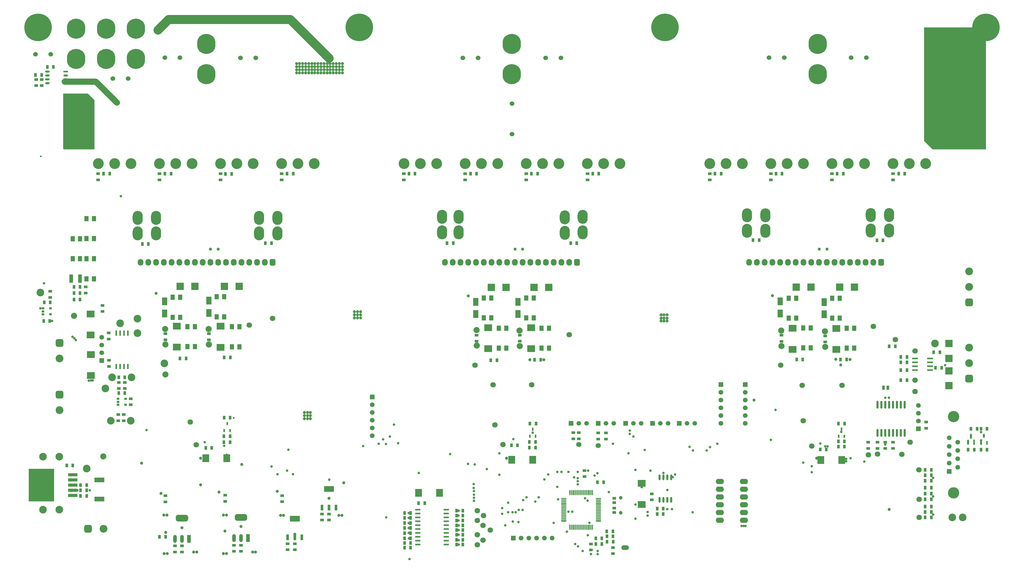
<source format=gbr>
%TF.GenerationSoftware,Altium Limited,Altium Designer,26.1.1 (7)*%
G04 Layer_Color=16711935*
%FSLAX43Y43*%
%MOMM*%
%TF.SameCoordinates,F910D8A4-5627-44EB-A571-6FFAAA827985*%
%TF.FilePolarity,Negative*%
%TF.FileFunction,Soldermask,Bot*%
%TF.Part,Single*%
G01*
G75*
%TA.AperFunction,ComponentPad*%
%ADD27O,1.800X1.500*%
%ADD28C,1.800*%
%ADD29C,2.000*%
%ADD30C,3.550*%
%ADD31R,1.550X1.550*%
%ADD32C,1.550*%
%ADD33O,2.700X1.750*%
%ADD34C,3.700*%
%ADD35C,1.500*%
%ADD36R,1.500X1.500*%
%ADD37C,1.200*%
%ADD38C,1.524*%
%ADD39O,6.000X6.600*%
%ADD40C,2.500*%
%ADD41C,2.550*%
G04:AMPARAMS|DCode=42|XSize=2.55mm|YSize=2.55mm|CornerRadius=0.638mm|HoleSize=0mm|Usage=FLASHONLY|Rotation=0.000|XOffset=0mm|YOffset=0mm|HoleType=Round|Shape=RoundedRectangle|*
%AMROUNDEDRECTD42*
21,1,2.550,1.275,0,0,0.0*
21,1,1.275,2.550,0,0,0.0*
1,1,1.275,0.638,-0.638*
1,1,1.275,-0.638,-0.638*
1,1,1.275,-0.638,0.638*
1,1,1.275,0.638,0.638*
%
%ADD42ROUNDEDRECTD42*%
G04:AMPARAMS|DCode=43|XSize=2.55mm|YSize=2.55mm|CornerRadius=0.638mm|HoleSize=0mm|Usage=FLASHONLY|Rotation=270.000|XOffset=0mm|YOffset=0mm|HoleType=Round|Shape=RoundedRectangle|*
%AMROUNDEDRECTD43*
21,1,2.550,1.275,0,0,270.0*
21,1,1.275,2.550,0,0,270.0*
1,1,1.275,-0.638,-0.638*
1,1,1.275,-0.638,0.638*
1,1,1.275,0.638,0.638*
1,1,1.275,0.638,-0.638*
%
%ADD43ROUNDEDRECTD43*%
%ADD44O,1.905X2.159*%
G04:AMPARAMS|DCode=45|XSize=1.905mm|YSize=2.159mm|CornerRadius=0.476mm|HoleSize=0mm|Usage=FLASHONLY|Rotation=0.000|XOffset=0mm|YOffset=0mm|HoleType=Round|Shape=RoundedRectangle|*
%AMROUNDEDRECTD45*
21,1,1.905,1.206,0,0,0.0*
21,1,0.953,2.159,0,0,0.0*
1,1,0.953,0.476,-0.603*
1,1,0.953,-0.476,-0.603*
1,1,0.953,-0.476,0.603*
1,1,0.953,0.476,0.603*
%
%ADD45ROUNDEDRECTD45*%
%ADD46O,3.302X4.572*%
%ADD47O,2.500X1.500*%
%ADD48R,1.550X1.550*%
%TA.AperFunction,ViaPad*%
%ADD49C,0.600*%
%ADD50C,0.800*%
%ADD51C,1.270*%
%ADD52C,1.000*%
%ADD53C,9.000*%
%ADD54C,2.000*%
%TA.AperFunction,SMDPad,CuDef*%
%ADD56R,0.600X1.800*%
G04:AMPARAMS|DCode=57|XSize=2.2mm|YSize=4mm|CornerRadius=0.649mm|HoleSize=0mm|Usage=FLASHONLY|Rotation=90.000|XOffset=0mm|YOffset=0mm|HoleType=Round|Shape=RoundedRectangle|*
%AMROUNDEDRECTD57*
21,1,2.200,2.702,0,0,90.0*
21,1,0.902,4.000,0,0,90.0*
1,1,1.298,1.351,0.451*
1,1,1.298,1.351,-0.451*
1,1,1.298,-1.351,-0.451*
1,1,1.298,-1.351,0.451*
%
%ADD57ROUNDEDRECTD57*%
G04:AMPARAMS|DCode=58|XSize=2.6mm|YSize=1.2mm|CornerRadius=0.6mm|HoleSize=0mm|Usage=FLASHONLY|Rotation=90.000|XOffset=0mm|YOffset=0mm|HoleType=Round|Shape=RoundedRectangle|*
%AMROUNDEDRECTD58*
21,1,2.600,0.000,0,0,90.0*
21,1,1.400,1.200,0,0,90.0*
1,1,1.200,0.000,0.700*
1,1,1.200,0.000,-0.700*
1,1,1.200,0.000,-0.700*
1,1,1.200,0.000,0.700*
%
%ADD58ROUNDEDRECTD58*%
%ADD59R,1.200X2.600*%
%ADD60R,2.400X2.400*%
%ADD61O,0.650X1.900*%
%ADD62R,1.788X0.312*%
G04:AMPARAMS|DCode=63|XSize=1.788mm|YSize=0.312mm|CornerRadius=0.156mm|HoleSize=0mm|Usage=FLASHONLY|Rotation=180.000|XOffset=0mm|YOffset=0mm|HoleType=Round|Shape=RoundedRectangle|*
%AMROUNDEDRECTD63*
21,1,1.788,0.000,0,0,180.0*
21,1,1.476,0.312,0,0,180.0*
1,1,0.312,-0.738,0.000*
1,1,0.312,0.738,0.000*
1,1,0.312,0.738,0.000*
1,1,0.312,-0.738,0.000*
%
%ADD63ROUNDEDRECTD63*%
G04:AMPARAMS|DCode=64|XSize=0.312mm|YSize=1.788mm|CornerRadius=0.156mm|HoleSize=0mm|Usage=FLASHONLY|Rotation=180.000|XOffset=0mm|YOffset=0mm|HoleType=Round|Shape=RoundedRectangle|*
%AMROUNDEDRECTD64*
21,1,0.312,1.476,0,0,180.0*
21,1,0.000,1.788,0,0,180.0*
1,1,0.312,0.000,0.738*
1,1,0.312,0.000,0.738*
1,1,0.312,0.000,-0.738*
1,1,0.312,0.000,-0.738*
%
%ADD64ROUNDEDRECTD64*%
%ADD65R,1.262X0.958*%
%ADD66R,2.500X2.200*%
G04:AMPARAMS|DCode=67|XSize=0.55mm|YSize=1.7mm|CornerRadius=0.05mm|HoleSize=0mm|Usage=FLASHONLY|Rotation=90.000|XOffset=0mm|YOffset=0mm|HoleType=Round|Shape=RoundedRectangle|*
%AMROUNDEDRECTD67*
21,1,0.550,1.601,0,0,90.0*
21,1,0.451,1.700,0,0,90.0*
1,1,0.099,0.800,0.226*
1,1,0.099,0.800,-0.226*
1,1,0.099,-0.800,-0.226*
1,1,0.099,-0.800,0.226*
%
%ADD67ROUNDEDRECTD67*%
%ADD68R,2.200X2.500*%
%ADD69R,0.616X1.308*%
G04:AMPARAMS|DCode=70|XSize=1.308mm|YSize=0.616mm|CornerRadius=0.308mm|HoleSize=0mm|Usage=FLASHONLY|Rotation=90.000|XOffset=0mm|YOffset=0mm|HoleType=Round|Shape=RoundedRectangle|*
%AMROUNDEDRECTD70*
21,1,1.308,0.000,0,0,90.0*
21,1,0.692,0.616,0,0,90.0*
1,1,0.616,0.000,0.346*
1,1,0.616,0.000,-0.346*
1,1,0.616,0.000,-0.346*
1,1,0.616,0.000,0.346*
%
%ADD70ROUNDEDRECTD70*%
G04:AMPARAMS|DCode=71|XSize=1.655mm|YSize=0.602mm|CornerRadius=0.301mm|HoleSize=0mm|Usage=FLASHONLY|Rotation=90.000|XOffset=0mm|YOffset=0mm|HoleType=Round|Shape=RoundedRectangle|*
%AMROUNDEDRECTD71*
21,1,1.655,0.000,0,0,90.0*
21,1,1.053,0.602,0,0,90.0*
1,1,0.602,0.000,0.526*
1,1,0.602,0.000,-0.526*
1,1,0.602,0.000,-0.526*
1,1,0.602,0.000,0.526*
%
%ADD71ROUNDEDRECTD71*%
%ADD72R,0.602X1.655*%
%ADD73R,0.900X0.650*%
%ADD74R,1.205X2.706*%
%ADD75R,3.050X1.016*%
%ADD76R,8.380X10.660*%
%ADD77R,3.200X1.520*%
%ADD78R,0.600X1.050*%
%ADD79R,1.700X2.500*%
%ADD80R,1.450X1.800*%
%ADD81O,1.500X0.600*%
%ADD82R,1.500X0.600*%
%ADD83R,0.950X1.900*%
%ADD84R,3.250X1.900*%
%ADD85R,0.950X1.350*%
%ADD86O,0.700X2.600*%
%ADD87R,2.400X2.400*%
%ADD88R,1.980X0.530*%
%TA.AperFunction,NonConductor*%
%ADD92C,2.000*%
%ADD95C,0.500*%
%ADD107C,3.000*%
%TA.AperFunction,SMDPad,CuDef*%
%ADD108R,0.830X1.280*%
%ADD109R,1.280X0.830*%
G36*
X21275Y153275D02*
X23400Y151150D01*
Y135163D01*
X23241Y135004D01*
X13446Y135004D01*
X13175Y135275D01*
Y153275D01*
X21275Y153275D01*
D02*
G37*
G36*
X315000Y135004D02*
X297580D01*
X294775Y137809D01*
Y175004D01*
X315000D01*
Y135004D01*
D02*
G37*
D27*
X188161Y37987D02*
D03*
X181871Y38279D02*
D03*
D28*
X166439Y57836D02*
D03*
X148660Y13457D02*
D03*
X152871Y10317D02*
D03*
X148660Y5477D02*
D03*
Y16602D02*
D03*
Y8727D02*
D03*
X150683Y15002D02*
D03*
X150475Y7027D02*
D03*
Y11827D02*
D03*
X56711Y38232D02*
D03*
X54714Y45661D02*
D03*
X74041Y77404D02*
D03*
X81661Y79635D02*
D03*
X247860Y64326D02*
D03*
X267927Y57729D02*
D03*
X254871D02*
D03*
X258002Y37788D02*
D03*
X278232Y77032D02*
D03*
X255223Y46105D02*
D03*
X293185Y20344D02*
D03*
X293072Y30054D02*
D03*
X287475Y35075D02*
D03*
X147856Y64321D02*
D03*
X157008Y38337D02*
D03*
X178714Y74317D02*
D03*
X153823Y57836D02*
D03*
X154374Y44728D02*
D03*
X293135Y14410D02*
D03*
X291806Y55633D02*
D03*
X276609Y34900D02*
D03*
X290180Y39078D02*
D03*
X291806Y59367D02*
D03*
X285396Y72651D02*
D03*
X291781Y68959D02*
D03*
X279555Y35172D02*
D03*
D29*
X16700Y80466D02*
D03*
X46623Y71070D02*
D03*
X46548Y76145D02*
D03*
X46654Y61250D02*
D03*
X60881Y71070D02*
D03*
X60806Y76145D02*
D03*
X262443Y70319D02*
D03*
X262368Y75394D02*
D03*
X248151Y70560D02*
D03*
X248076Y75635D02*
D03*
X162528Y70566D02*
D03*
X162453Y75641D02*
D03*
X148377Y75780D02*
D03*
X148452Y70705D02*
D03*
D30*
X124666Y130369D02*
D03*
X130000D02*
D03*
X135334D02*
D03*
X95334D02*
D03*
X90000D02*
D03*
X84666D02*
D03*
X184666D02*
D03*
X190000D02*
D03*
X195334D02*
D03*
X164666D02*
D03*
X170000D02*
D03*
X175334D02*
D03*
X44666D02*
D03*
X50000D02*
D03*
X55334D02*
D03*
X24666D02*
D03*
X30000D02*
D03*
X35334D02*
D03*
X64666D02*
D03*
X70000D02*
D03*
X75334D02*
D03*
X284666D02*
D03*
X290000D02*
D03*
X295334D02*
D03*
X264666D02*
D03*
X270000D02*
D03*
X275334D02*
D03*
X144666D02*
D03*
X150000D02*
D03*
X155334D02*
D03*
X224666D02*
D03*
X230000D02*
D03*
X235334D02*
D03*
X244666D02*
D03*
X250000D02*
D03*
X255334D02*
D03*
D31*
X25775Y65845D02*
D03*
X302985Y29515D02*
D03*
X114300Y53870D02*
D03*
X292961Y43498D02*
D03*
X228279Y57970D02*
D03*
X236279Y57960D02*
D03*
D32*
X25775Y68385D02*
D03*
Y70925D02*
D03*
Y73465D02*
D03*
X302985Y34995D02*
D03*
Y32255D02*
D03*
Y37735D02*
D03*
Y40475D02*
D03*
X305825Y36365D02*
D03*
Y33625D02*
D03*
Y30885D02*
D03*
Y39105D02*
D03*
X114300Y51330D02*
D03*
Y48790D02*
D03*
Y46250D02*
D03*
Y43710D02*
D03*
Y41170D02*
D03*
X173080Y7700D02*
D03*
X170540D02*
D03*
X168000D02*
D03*
X165460D02*
D03*
X162920D02*
D03*
X292961Y46038D02*
D03*
Y48578D02*
D03*
Y51118D02*
D03*
X228279Y55430D02*
D03*
Y52890D02*
D03*
Y50350D02*
D03*
Y47810D02*
D03*
Y45270D02*
D03*
X236279Y55420D02*
D03*
Y52880D02*
D03*
Y50340D02*
D03*
Y47800D02*
D03*
Y45260D02*
D03*
D33*
X228024Y13500D02*
D03*
Y16040D02*
D03*
Y18580D02*
D03*
Y21120D02*
D03*
Y23660D02*
D03*
Y26200D02*
D03*
X235865Y26225D02*
D03*
Y23685D02*
D03*
Y21145D02*
D03*
Y18605D02*
D03*
Y16065D02*
D03*
Y13525D02*
D03*
D34*
X304405Y22505D02*
D03*
Y47495D02*
D03*
D35*
X202257Y45225D02*
D03*
X199717D02*
D03*
X217202D02*
D03*
X219742D02*
D03*
X193241Y45287D02*
D03*
X190701D02*
D03*
X208532Y45225D02*
D03*
X211072D02*
D03*
X184411Y45237D02*
D03*
X181871D02*
D03*
D36*
X197177Y45225D02*
D03*
X214662D02*
D03*
X188161Y45287D02*
D03*
X205992Y45225D02*
D03*
X179331Y45237D02*
D03*
D37*
X195524Y15981D02*
D03*
Y20861D02*
D03*
D38*
X4150Y166175D02*
D03*
X9100D02*
D03*
X29450Y158225D02*
D03*
X34400D02*
D03*
X46445Y165059D02*
D03*
X51395D02*
D03*
X76135Y164983D02*
D03*
X71185D02*
D03*
X148869Y165004D02*
D03*
X143919D02*
D03*
X249058Y165034D02*
D03*
X244108D02*
D03*
X275869Y165059D02*
D03*
X270919D02*
D03*
X175971Y165004D02*
D03*
X160000Y140004D02*
D03*
Y150004D02*
D03*
X300000Y140004D02*
D03*
Y150004D02*
D03*
X20000Y138976D02*
D03*
Y149726D02*
D03*
X171021Y165004D02*
D03*
D39*
X27250Y174540D02*
D03*
Y164634D02*
D03*
X17425Y174540D02*
D03*
Y164634D02*
D03*
X60000Y159638D02*
D03*
Y169544D02*
D03*
X37000Y164634D02*
D03*
Y174540D02*
D03*
X159893Y159638D02*
D03*
Y169544D02*
D03*
X259994Y159638D02*
D03*
Y169544D02*
D03*
D40*
X307400Y14480D02*
D03*
X304005D02*
D03*
X31815Y78014D02*
D03*
X37446Y79505D02*
D03*
X6564Y16963D02*
D03*
X11898D02*
D03*
Y34362D02*
D03*
X6564D02*
D03*
X20914Y30470D02*
D03*
X46252Y64911D02*
D03*
X5724Y88112D02*
D03*
X37446Y74800D02*
D03*
X35545Y60305D02*
D03*
X35293Y46105D02*
D03*
X28765Y46105D02*
D03*
X29185Y60305D02*
D03*
X27025Y56685D02*
D03*
X298316Y71428D02*
D03*
D41*
X26390Y10725D02*
D03*
X12000Y49539D02*
D03*
Y66539D02*
D03*
X309475Y65000D02*
D03*
Y70080D02*
D03*
Y90000D02*
D03*
Y95080D02*
D03*
D42*
X21310Y10725D02*
D03*
D43*
X12000Y54619D02*
D03*
Y71619D02*
D03*
X309475Y59920D02*
D03*
Y84920D02*
D03*
D44*
X58801Y98029D02*
D03*
X38481D02*
D03*
X56261D02*
D03*
X48641D02*
D03*
X53721D02*
D03*
X46101D02*
D03*
X51181D02*
D03*
X43561D02*
D03*
X41021D02*
D03*
X61341D02*
D03*
X63881D02*
D03*
X66421D02*
D03*
X71501D02*
D03*
X79121D02*
D03*
X68961D02*
D03*
X74041D02*
D03*
X76581D02*
D03*
X158394Y98010D02*
D03*
X138074D02*
D03*
X155854D02*
D03*
X148234D02*
D03*
X153314D02*
D03*
X145694D02*
D03*
X150774D02*
D03*
X143154D02*
D03*
X140614D02*
D03*
X160934D02*
D03*
X163474D02*
D03*
X166014D02*
D03*
X171094D02*
D03*
X178714D02*
D03*
X168554D02*
D03*
X173634D02*
D03*
X176174D02*
D03*
X275692D02*
D03*
X273152D02*
D03*
X268072D02*
D03*
X278232D02*
D03*
X270612D02*
D03*
X265532D02*
D03*
X262992D02*
D03*
X260452D02*
D03*
X240132D02*
D03*
X242672D02*
D03*
X250292D02*
D03*
X245212D02*
D03*
X252832D02*
D03*
X247752D02*
D03*
X255372D02*
D03*
X237592D02*
D03*
X257912D02*
D03*
D45*
X81661Y98029D02*
D03*
X181254Y98010D02*
D03*
X280772D02*
D03*
D46*
X43562Y112544D02*
D03*
Y107464D02*
D03*
X37562Y112544D02*
D03*
Y107464D02*
D03*
X77277Y112592D02*
D03*
Y107512D02*
D03*
X83277Y112592D02*
D03*
Y107512D02*
D03*
X283380Y113506D02*
D03*
Y108426D02*
D03*
X277380Y113506D02*
D03*
Y108426D02*
D03*
X236888Y113430D02*
D03*
Y108350D02*
D03*
X242888Y113430D02*
D03*
Y108350D02*
D03*
X183094Y107808D02*
D03*
Y112888D02*
D03*
X177278Y107681D02*
D03*
Y112761D02*
D03*
X142545Y107808D02*
D03*
Y112888D02*
D03*
X137109Y107808D02*
D03*
Y112888D02*
D03*
D47*
X196975Y4550D02*
D03*
D48*
X160380Y7700D02*
D03*
D49*
X5875Y132700D02*
D03*
X66705Y35068D02*
D03*
X69000Y47075D02*
D03*
D50*
X22216Y59275D02*
D03*
X21566Y59264D02*
D03*
X22866Y59275D02*
D03*
X126484Y775D02*
D03*
X181600Y4970D02*
D03*
X185800Y2425D02*
D03*
X183105Y3450D02*
D03*
X188025Y2425D02*
D03*
Y3450D02*
D03*
X184835Y8569D02*
D03*
X235099Y11630D02*
D03*
X235750D02*
D03*
X236400D02*
D03*
X32025Y119650D02*
D03*
X203407Y36515D02*
D03*
X129550Y29025D02*
D03*
X86404Y29775D02*
D03*
X83315Y28539D02*
D03*
X17343Y72509D02*
D03*
X16793Y73091D02*
D03*
X88396Y28539D02*
D03*
X301604Y64312D02*
D03*
X16191Y73649D02*
D03*
X81310Y31079D02*
D03*
X86867Y36579D02*
D03*
X111342Y37779D02*
D03*
X118800Y38509D02*
D03*
X139750Y35195D02*
D03*
X155825Y35400D02*
D03*
X198100Y35425D02*
D03*
X258002Y29278D02*
D03*
X258000Y31200D02*
D03*
X255275Y32375D02*
D03*
X173628Y12631D02*
D03*
X162150Y12915D02*
D03*
X6925Y91125D02*
D03*
X9548Y78817D02*
D03*
X100245Y26800D02*
D03*
X205325Y29800D02*
D03*
X65836Y37926D02*
D03*
X164725Y21025D02*
D03*
X151775Y30275D02*
D03*
X155875Y28450D02*
D03*
X122775Y38775D02*
D03*
X117850Y39975D02*
D03*
X120000Y40975D02*
D03*
X200400Y30000D02*
D03*
Y18700D02*
D03*
X202395Y24357D02*
D03*
X212561Y27607D02*
D03*
X176175Y29299D02*
D03*
X145625Y31925D02*
D03*
X184750Y19975D02*
D03*
X183851Y20705D02*
D03*
X184900Y29800D02*
D03*
X180351Y27568D02*
D03*
X171875Y28500D02*
D03*
X181468Y29299D02*
D03*
X178450Y29300D02*
D03*
X174775D02*
D03*
X118825Y14475D02*
D03*
X5724Y82922D02*
D03*
X313374Y42354D02*
D03*
X313424Y39677D02*
D03*
X297783Y15338D02*
D03*
X297758Y21338D02*
D03*
Y27363D02*
D03*
X269325Y32800D02*
D03*
X263212Y37683D02*
D03*
X262412D02*
D03*
X260837Y38688D02*
D03*
X269324Y33600D02*
D03*
X21894Y23338D02*
D03*
X40450Y43075D02*
D03*
X246218Y49700D02*
D03*
X219100Y16150D02*
D03*
X270700Y33800D02*
D03*
X275225Y32700D02*
D03*
X282095Y38300D02*
D03*
X244700Y39850D02*
D03*
X223625Y36400D02*
D03*
X219150Y36375D02*
D03*
X224750Y37500D02*
D03*
X227100Y38600D02*
D03*
X204391Y15071D02*
D03*
X147549Y19850D02*
D03*
X218050Y37525D02*
D03*
X178451Y16288D02*
D03*
X193025Y38575D02*
D03*
X158700Y19245D02*
D03*
X210775Y17125D02*
D03*
X212355D02*
D03*
X204391Y16199D02*
D03*
X210760Y23375D02*
D03*
X177972Y9746D02*
D03*
X180621Y5700D02*
D03*
X187000Y28125D02*
D03*
X187977Y28947D02*
D03*
X198500Y42925D02*
D03*
X199717Y40952D02*
D03*
X198500Y41800D02*
D03*
X181468Y27327D02*
D03*
X209490Y28975D02*
D03*
X116350Y38550D02*
D03*
X121425Y44800D02*
D03*
X147482Y25375D02*
D03*
X170575Y26850D02*
D03*
X168725Y21000D02*
D03*
X167600Y19625D02*
D03*
X160450Y40061D02*
D03*
X213325Y28475D02*
D03*
X174775Y24450D02*
D03*
X147482Y24132D02*
D03*
X163675Y20100D02*
D03*
X147516Y23066D02*
D03*
X147549Y21921D02*
D03*
X200400Y14050D02*
D03*
X163475Y16925D02*
D03*
X162200D02*
D03*
X147550Y20900D02*
D03*
X156756Y17450D02*
D03*
Y15631D02*
D03*
X161151Y16157D02*
D03*
X160125Y16150D02*
D03*
X158700Y16125D02*
D03*
X160225Y13050D02*
D03*
X157825Y11825D02*
D03*
X179741Y16288D02*
D03*
X181468Y25298D02*
D03*
Y26278D02*
D03*
X185351Y12631D02*
D03*
X191634Y22717D02*
D03*
X175100Y20400D02*
D03*
X147775Y31775D02*
D03*
X142521Y16602D02*
D03*
X142486Y15002D02*
D03*
Y13457D02*
D03*
X126251Y14267D02*
D03*
Y12577D02*
D03*
Y15886D02*
D03*
Y10932D02*
D03*
X126267Y7622D02*
D03*
X126251Y9322D02*
D03*
X142521Y5512D02*
D03*
X142521Y11827D02*
D03*
X142521Y10317D02*
D03*
X142556Y7008D02*
D03*
X142521Y8727D02*
D03*
X17860Y23338D02*
D03*
X59504Y39114D02*
D03*
X267723Y42432D02*
D03*
X166760Y42170D02*
D03*
X282096Y53600D02*
D03*
X283308D02*
D03*
D51*
X2075Y173350D02*
D03*
X3200Y172200D02*
D03*
X1775Y175000D02*
D03*
X5000Y171600D02*
D03*
D52*
X303976Y146272D02*
D03*
X302976D02*
D03*
X301976D02*
D03*
Y145237D02*
D03*
X302976D02*
D03*
X303976D02*
D03*
Y143205D02*
D03*
X302976D02*
D03*
X301976D02*
D03*
Y144240D02*
D03*
X302976D02*
D03*
X303976D02*
D03*
X300993Y144242D02*
D03*
X299993D02*
D03*
X298993D02*
D03*
Y143207D02*
D03*
X299993D02*
D03*
X300993D02*
D03*
Y145239D02*
D03*
X299993D02*
D03*
X298993D02*
D03*
Y146274D02*
D03*
X299993D02*
D03*
X300993D02*
D03*
X110475Y81811D02*
D03*
X109475D02*
D03*
X108475D02*
D03*
Y80775D02*
D03*
X110475D02*
D03*
X108475Y79779D02*
D03*
X109475D02*
D03*
Y80775D02*
D03*
X110475Y79779D02*
D03*
X94072Y46819D02*
D03*
X93072D02*
D03*
X92072D02*
D03*
X94072Y47816D02*
D03*
X93072D02*
D03*
X92072D02*
D03*
Y48852D02*
D03*
X93072D02*
D03*
X94072D02*
D03*
X210722Y78744D02*
D03*
X209722D02*
D03*
X208722D02*
D03*
X210722Y79741D02*
D03*
X209722D02*
D03*
X208722D02*
D03*
Y80776D02*
D03*
X209722D02*
D03*
X210722D02*
D03*
X165835Y66050D02*
D03*
X170448Y66051D02*
D03*
X38800Y32200D02*
D03*
X71625Y31775D02*
D03*
X103373Y15134D02*
D03*
X83225Y23000D02*
D03*
X58150Y25139D02*
D03*
X46700Y9500D02*
D03*
X239129Y52880D02*
D03*
X283350Y17100D02*
D03*
X104373Y15134D02*
D03*
X84273Y15084D02*
D03*
X85273D02*
D03*
X65623Y15209D02*
D03*
X66623D02*
D03*
X46134Y15189D02*
D03*
X47134D02*
D03*
X46198Y2584D02*
D03*
X47198D02*
D03*
X75123Y3134D02*
D03*
X76123D02*
D03*
X65573Y2584D02*
D03*
X66573D02*
D03*
X55848Y3109D02*
D03*
X56848D02*
D03*
X104993Y25769D02*
D03*
X64150Y22708D02*
D03*
X259657Y33818D02*
D03*
X158175Y33825D02*
D03*
X18130Y145875D02*
D03*
X17130D02*
D03*
X16130D02*
D03*
Y144839D02*
D03*
X17130D02*
D03*
X18130D02*
D03*
Y142807D02*
D03*
X17130D02*
D03*
X16130D02*
D03*
Y143843D02*
D03*
X17130D02*
D03*
X18130D02*
D03*
X21113Y143841D02*
D03*
X20113D02*
D03*
X19113D02*
D03*
Y142805D02*
D03*
X20113D02*
D03*
X21113D02*
D03*
Y144837D02*
D03*
X20113D02*
D03*
X19113D02*
D03*
Y145873D02*
D03*
X20113D02*
D03*
X21113D02*
D03*
X88975Y8960D02*
D03*
X100150Y20675D02*
D03*
X58150Y33825D02*
D03*
X52060Y11050D02*
D03*
X45150Y22300D02*
D03*
X71350Y11433D02*
D03*
X66075Y9910D02*
D03*
X263012Y102305D02*
D03*
X260472Y102313D02*
D03*
X163474Y102321D02*
D03*
X160985Y102347D02*
D03*
X61341Y102321D02*
D03*
X63881D02*
D03*
X245161Y87081D02*
D03*
X145694Y86980D02*
D03*
X43586Y87818D02*
D03*
X270564Y66204D02*
D03*
X267489Y64354D02*
D03*
X265938Y66220D02*
D03*
X104514Y161066D02*
D03*
X103514D02*
D03*
X102514D02*
D03*
X101514D02*
D03*
X100514D02*
D03*
X99514D02*
D03*
X98514D02*
D03*
X97514D02*
D03*
Y160030D02*
D03*
X98514D02*
D03*
X99514D02*
D03*
X100514D02*
D03*
X101514D02*
D03*
X102514D02*
D03*
X103514D02*
D03*
X104514D02*
D03*
Y162062D02*
D03*
X103514D02*
D03*
X102514D02*
D03*
X101514D02*
D03*
X100514D02*
D03*
X99514D02*
D03*
X98514D02*
D03*
X97514D02*
D03*
Y163098D02*
D03*
X98514D02*
D03*
X99514D02*
D03*
X100514D02*
D03*
X101514D02*
D03*
X102514D02*
D03*
X103514D02*
D03*
X104514D02*
D03*
X96513D02*
D03*
X95513D02*
D03*
X94513D02*
D03*
X93513D02*
D03*
X92513D02*
D03*
X91513D02*
D03*
X90513D02*
D03*
X89513D02*
D03*
Y162062D02*
D03*
X90513D02*
D03*
X91513D02*
D03*
X92513D02*
D03*
X93513D02*
D03*
X94513D02*
D03*
X95513D02*
D03*
X96513D02*
D03*
Y160030D02*
D03*
X95513D02*
D03*
X94513D02*
D03*
X93513D02*
D03*
X92513D02*
D03*
X91513D02*
D03*
X90513D02*
D03*
X89513D02*
D03*
Y161066D02*
D03*
X90513D02*
D03*
X91513D02*
D03*
X92513D02*
D03*
X93513D02*
D03*
X94513D02*
D03*
X95513D02*
D03*
X96513D02*
D03*
D53*
X110000Y175000D02*
D03*
X210000D02*
D03*
X5000Y175004D02*
D03*
X315000Y175000D02*
D03*
D54*
X26343Y34400D02*
D03*
D56*
X30545Y74800D02*
D03*
X31815D02*
D03*
X33085D02*
D03*
X34355D02*
D03*
Y63900D02*
D03*
X33085D02*
D03*
X31815D02*
D03*
X30545D02*
D03*
D57*
X52060Y14195D02*
D03*
X71350Y14477D02*
D03*
D58*
X49770Y7405D02*
D03*
X52060D02*
D03*
X69060Y7687D02*
D03*
X71350D02*
D03*
D59*
X54350Y7405D02*
D03*
X73640Y7687D02*
D03*
D60*
X172034Y89771D02*
D03*
X167153D02*
D03*
X267167Y89904D02*
D03*
X272048D02*
D03*
X252927Y89864D02*
D03*
X257808D02*
D03*
X70797Y90131D02*
D03*
X65916D02*
D03*
X56317D02*
D03*
X51436D02*
D03*
X153193Y89761D02*
D03*
X158074D02*
D03*
D61*
X212030Y20225D02*
D03*
X210760D02*
D03*
X209490D02*
D03*
X208220D02*
D03*
X212030Y27525D02*
D03*
X210760D02*
D03*
X209490D02*
D03*
X208220D02*
D03*
D62*
X188292Y20631D02*
D03*
D63*
Y20131D02*
D03*
Y19631D02*
D03*
Y19131D02*
D03*
Y18631D02*
D03*
Y18131D02*
D03*
Y17631D02*
D03*
Y17131D02*
D03*
Y16631D02*
D03*
Y16131D02*
D03*
Y15631D02*
D03*
Y15131D02*
D03*
Y14631D02*
D03*
Y14131D02*
D03*
Y13631D02*
D03*
Y13131D02*
D03*
X176910D02*
D03*
Y13631D02*
D03*
Y14131D02*
D03*
Y14631D02*
D03*
Y15131D02*
D03*
Y15631D02*
D03*
Y16131D02*
D03*
Y16631D02*
D03*
Y17131D02*
D03*
Y17631D02*
D03*
Y18131D02*
D03*
Y18631D02*
D03*
Y19131D02*
D03*
Y19631D02*
D03*
Y20131D02*
D03*
Y20631D02*
D03*
D64*
X186351Y11190D02*
D03*
X185851D02*
D03*
X185351D02*
D03*
X184851D02*
D03*
X184351D02*
D03*
X183851D02*
D03*
X183351D02*
D03*
X182851D02*
D03*
X182351D02*
D03*
X181851D02*
D03*
X181351D02*
D03*
X180851D02*
D03*
X180351D02*
D03*
X179851D02*
D03*
X179351D02*
D03*
X178851D02*
D03*
Y22573D02*
D03*
X179351D02*
D03*
X179851D02*
D03*
X180351D02*
D03*
X180851D02*
D03*
X181351D02*
D03*
X181851D02*
D03*
X182351D02*
D03*
X182851D02*
D03*
X183351D02*
D03*
X183851D02*
D03*
X184351D02*
D03*
X184851D02*
D03*
X185351D02*
D03*
X185851D02*
D03*
X186351D02*
D03*
D65*
X193414Y16015D02*
D03*
Y17469D02*
D03*
X193447Y20702D02*
D03*
Y19248D02*
D03*
D66*
X22125Y74200D02*
D03*
Y81100D02*
D03*
X22225Y67788D02*
D03*
Y60888D02*
D03*
X64686Y70181D02*
D03*
Y77081D02*
D03*
X50321Y77095D02*
D03*
Y70195D02*
D03*
X251787Y76374D02*
D03*
Y69474D02*
D03*
X266088Y69444D02*
D03*
Y76344D02*
D03*
X202400Y18700D02*
D03*
Y25600D02*
D03*
X166273Y76591D02*
D03*
Y69691D02*
D03*
X152193Y76591D02*
D03*
Y69691D02*
D03*
D67*
X138471Y16942D02*
D03*
Y15672D02*
D03*
Y14402D02*
D03*
Y13132D02*
D03*
Y11862D02*
D03*
Y10592D02*
D03*
Y9322D02*
D03*
Y8052D02*
D03*
Y6782D02*
D03*
Y5512D02*
D03*
X129171Y16942D02*
D03*
Y15672D02*
D03*
Y14402D02*
D03*
Y13132D02*
D03*
Y11862D02*
D03*
Y10592D02*
D03*
Y9322D02*
D03*
Y8052D02*
D03*
Y6782D02*
D03*
Y5512D02*
D03*
D68*
X129400Y22500D02*
D03*
X136300D02*
D03*
X59796Y33818D02*
D03*
X66696D02*
D03*
X260989Y33233D02*
D03*
X267889D02*
D03*
X159875Y33350D02*
D03*
X166775D02*
D03*
D69*
X315324Y38850D02*
D03*
D70*
X313424D02*
D03*
X314374Y41200D02*
D03*
D71*
X310149Y41050D02*
D03*
X309199Y39100D02*
D03*
D72*
X311099D02*
D03*
D73*
X6598Y81000D02*
D03*
Y81950D02*
D03*
Y82900D02*
D03*
X8998D02*
D03*
Y81000D02*
D03*
X31165Y52325D02*
D03*
X33565Y51375D02*
D03*
Y53275D02*
D03*
X31165D02*
D03*
Y51375D02*
D03*
D74*
X15774Y92675D02*
D03*
X18676D02*
D03*
D75*
X16335Y21636D02*
D03*
Y23338D02*
D03*
Y25040D02*
D03*
Y26742D02*
D03*
Y28444D02*
D03*
D76*
X6030Y25040D02*
D03*
D77*
X25004Y20481D02*
D03*
Y26691D02*
D03*
D78*
X66834Y45214D02*
D03*
X65884Y42914D02*
D03*
X67784D02*
D03*
X268725Y41053D02*
D03*
X266825D02*
D03*
X267775Y43353D02*
D03*
X166760Y43320D02*
D03*
X165810Y41020D02*
D03*
X167710D02*
D03*
D79*
X46406Y85261D02*
D03*
Y81261D02*
D03*
X60816Y81445D02*
D03*
Y85445D02*
D03*
X247730Y81204D02*
D03*
Y85204D02*
D03*
X262107Y80965D02*
D03*
Y84965D02*
D03*
X161953Y81081D02*
D03*
Y85081D02*
D03*
X148143Y81081D02*
D03*
Y85081D02*
D03*
D80*
X63401Y80170D02*
D03*
Y86720D02*
D03*
X65851Y80170D02*
D03*
Y86720D02*
D03*
X51421Y86536D02*
D03*
Y79986D02*
D03*
X48971Y86536D02*
D03*
Y79986D02*
D03*
X53791Y70370D02*
D03*
Y76920D02*
D03*
X56241Y70370D02*
D03*
Y76920D02*
D03*
X70851Y76906D02*
D03*
Y70356D02*
D03*
X68401Y76906D02*
D03*
Y70356D02*
D03*
X252927Y86234D02*
D03*
Y79684D02*
D03*
X250477Y86234D02*
D03*
Y79684D02*
D03*
X255232Y69939D02*
D03*
Y76489D02*
D03*
X257682Y69939D02*
D03*
Y76489D02*
D03*
X264732Y79690D02*
D03*
Y86240D02*
D03*
X267182Y79690D02*
D03*
Y86240D02*
D03*
X271923Y76429D02*
D03*
Y69879D02*
D03*
X269473Y76429D02*
D03*
Y69879D02*
D03*
X20825Y105775D02*
D03*
Y112325D02*
D03*
X23275Y105775D02*
D03*
Y112325D02*
D03*
X16275Y99175D02*
D03*
Y105725D02*
D03*
X18725Y99175D02*
D03*
Y105725D02*
D03*
X20775Y92600D02*
D03*
Y99150D02*
D03*
X23225Y92600D02*
D03*
Y99150D02*
D03*
X169678Y69866D02*
D03*
Y76416D02*
D03*
X172128Y69866D02*
D03*
Y76416D02*
D03*
X167078Y86356D02*
D03*
Y79806D02*
D03*
X164628Y86356D02*
D03*
Y79806D02*
D03*
X158128Y76416D02*
D03*
Y69866D02*
D03*
X155678Y76416D02*
D03*
Y69866D02*
D03*
X153198Y86356D02*
D03*
Y79806D02*
D03*
X150748Y86356D02*
D03*
Y79806D02*
D03*
D81*
X8034Y160450D02*
D03*
X14034Y159180D02*
D03*
Y157910D02*
D03*
Y156640D02*
D03*
X8034Y159180D02*
D03*
Y157910D02*
D03*
Y156640D02*
D03*
D82*
X14034Y160450D02*
D03*
D83*
X86625Y7950D02*
D03*
X91225D02*
D03*
X88925D02*
D03*
X97850Y17625D02*
D03*
X102450D02*
D03*
X100150D02*
D03*
D84*
X88925Y14050D02*
D03*
X100150Y23725D02*
D03*
D85*
X282953Y56922D02*
D03*
X281453D02*
D03*
D86*
X288446Y42143D02*
D03*
X285906D02*
D03*
X284636D02*
D03*
X283366D02*
D03*
X282096D02*
D03*
X280826D02*
D03*
X288446Y51393D02*
D03*
X287176D02*
D03*
X285906D02*
D03*
X284636D02*
D03*
X283366D02*
D03*
X282096D02*
D03*
X280826D02*
D03*
X279556D02*
D03*
X287176Y42143D02*
D03*
X279556D02*
D03*
D87*
X302946Y71428D02*
D03*
Y66547D02*
D03*
Y57581D02*
D03*
Y62462D02*
D03*
D88*
X291781Y62712D02*
D03*
Y63982D02*
D03*
Y65252D02*
D03*
Y66522D02*
D03*
X296711D02*
D03*
Y65252D02*
D03*
Y63982D02*
D03*
Y62712D02*
D03*
D92*
X23875Y157200D02*
X30775Y150300D01*
X13675Y157200D02*
X23453D01*
D95*
X23875D01*
D107*
X87427Y177607D02*
X100127Y164907D01*
X47676Y177607D02*
X87427D01*
X44196Y174127D02*
X47676Y177607D01*
D108*
X286452Y127004D02*
D03*
X288452D02*
D03*
X246320D02*
D03*
X248320D02*
D03*
X226406D02*
D03*
X228406D02*
D03*
X186376Y127010D02*
D03*
X188376D02*
D03*
X166361Y127061D02*
D03*
X168361D02*
D03*
X146422D02*
D03*
X148422D02*
D03*
X126279Y127036D02*
D03*
X128279D02*
D03*
X86439Y127004D02*
D03*
X88439D02*
D03*
X187386Y5700D02*
D03*
X189386D02*
D03*
X189385Y7600D02*
D03*
X187385D02*
D03*
X46700Y8105D02*
D03*
X44700D02*
D03*
X209475Y15574D02*
D03*
X207475D02*
D03*
X189977Y25942D02*
D03*
X187977D02*
D03*
X124820Y4522D02*
D03*
X126820D02*
D03*
Y6077D02*
D03*
X124820D02*
D03*
X126820Y7622D02*
D03*
X124820D02*
D03*
X141896Y11827D02*
D03*
X143896D02*
D03*
X141896Y10317D02*
D03*
X143896D02*
D03*
X141896Y13457D02*
D03*
X143896D02*
D03*
X126820Y10932D02*
D03*
X124820D02*
D03*
X126820Y9292D02*
D03*
X124820D02*
D03*
X141896Y16602D02*
D03*
X143896D02*
D03*
X141896Y15002D02*
D03*
X143896D02*
D03*
X126820Y12577D02*
D03*
X124820D02*
D03*
X126820Y15886D02*
D03*
X124820D02*
D03*
X126820Y14267D02*
D03*
X124820D02*
D03*
X129421Y19077D02*
D03*
X131421D02*
D03*
X141896Y7057D02*
D03*
X143896D02*
D03*
X141896Y5512D02*
D03*
X143896D02*
D03*
X141896Y8727D02*
D03*
X143896D02*
D03*
X309174Y36600D02*
D03*
X311174D02*
D03*
X20848Y25040D02*
D03*
X18848D02*
D03*
Y21476D02*
D03*
X20848D02*
D03*
X20848Y23338D02*
D03*
X18848D02*
D03*
X16327Y31440D02*
D03*
X14327D02*
D03*
X16700Y85825D02*
D03*
X18700D02*
D03*
X16723Y87913D02*
D03*
X18723D02*
D03*
X16725Y89975D02*
D03*
X18725D02*
D03*
X39075Y103998D02*
D03*
X41075D02*
D03*
X53366Y66531D02*
D03*
X51366D02*
D03*
X61796Y37253D02*
D03*
X59796D02*
D03*
X67876Y66811D02*
D03*
X65876D02*
D03*
X81299Y104276D02*
D03*
X79299D02*
D03*
X67784Y41004D02*
D03*
X65784D02*
D03*
X65834Y47150D02*
D03*
X67834D02*
D03*
X65784Y39083D02*
D03*
X67784D02*
D03*
X269457Y66204D02*
D03*
X267457D02*
D03*
X262812Y36734D02*
D03*
X260812D02*
D03*
X253087Y66164D02*
D03*
X255087D02*
D03*
X238852Y105268D02*
D03*
X240852D02*
D03*
X266724Y39333D02*
D03*
X268724D02*
D03*
X281340Y105243D02*
D03*
X279340D02*
D03*
X268724Y37631D02*
D03*
X266724D02*
D03*
X268759Y45175D02*
D03*
X266759D02*
D03*
X8002Y161979D02*
D03*
X10002D02*
D03*
X8798Y78817D02*
D03*
X6798D02*
D03*
X6976Y84922D02*
D03*
X8976D02*
D03*
X193040Y8235D02*
D03*
X191040D02*
D03*
X191025Y9896D02*
D03*
X193025D02*
D03*
X191064Y6465D02*
D03*
X193064D02*
D03*
X68310Y126934D02*
D03*
X66310D02*
D03*
X48498Y127004D02*
D03*
X46498D02*
D03*
X28432Y127036D02*
D03*
X26432D02*
D03*
X4116Y159392D02*
D03*
X6116D02*
D03*
X268335Y127004D02*
D03*
X266335D02*
D03*
X312099Y43521D02*
D03*
X310099D02*
D03*
X159811Y38030D02*
D03*
X161811D02*
D03*
X167709Y39173D02*
D03*
X165709D02*
D03*
Y37268D02*
D03*
X167709D02*
D03*
X165862Y45142D02*
D03*
X167862D02*
D03*
X209475Y17350D02*
D03*
X207475D02*
D03*
X181179Y104257D02*
D03*
X179179D02*
D03*
X33365Y55148D02*
D03*
X31365D02*
D03*
X33365Y60305D02*
D03*
X31365D02*
D03*
X295150Y16193D02*
D03*
X297150D02*
D03*
X295150Y14425D02*
D03*
X297150D02*
D03*
Y24189D02*
D03*
X295150D02*
D03*
X295150Y22252D02*
D03*
X297150D02*
D03*
X295150Y20348D02*
D03*
X297150D02*
D03*
Y18025D02*
D03*
X295150D02*
D03*
X295161Y28224D02*
D03*
X297161D02*
D03*
X297161Y30054D02*
D03*
X295161D02*
D03*
X295161Y26425D02*
D03*
X297161D02*
D03*
X297916Y68507D02*
D03*
X299916D02*
D03*
X300516Y63437D02*
D03*
X298516D02*
D03*
X289176Y66982D02*
D03*
X287176D02*
D03*
X289176Y65252D02*
D03*
X287176D02*
D03*
Y62712D02*
D03*
X289176D02*
D03*
X287176Y59367D02*
D03*
X289176D02*
D03*
X285396Y70487D02*
D03*
X283396D02*
D03*
X138775Y104257D02*
D03*
X140775D02*
D03*
X169353Y66050D02*
D03*
X167353D02*
D03*
X155073Y65950D02*
D03*
X153073D02*
D03*
X313374Y43521D02*
D03*
X315374D02*
D03*
X313374Y36600D02*
D03*
X315374D02*
D03*
D109*
X185800Y3750D02*
D03*
Y5750D02*
D03*
X181871Y42193D02*
D03*
Y40193D02*
D03*
X180081D02*
D03*
Y42193D02*
D03*
X188161Y42127D02*
D03*
Y40127D02*
D03*
X190701D02*
D03*
Y42127D02*
D03*
X183684Y29787D02*
D03*
Y27787D02*
D03*
X28125Y74900D02*
D03*
Y72900D02*
D03*
X8975Y88512D02*
D03*
Y86512D02*
D03*
X100150Y13550D02*
D03*
Y15550D02*
D03*
X69060Y3333D02*
D03*
Y5333D02*
D03*
X26094Y83900D02*
D03*
Y81900D02*
D03*
X20550Y89950D02*
D03*
Y87950D02*
D03*
X66150Y19681D02*
D03*
Y21681D02*
D03*
X71350Y3333D02*
D03*
Y5333D02*
D03*
X28150Y63900D02*
D03*
Y65900D02*
D03*
X46599Y72645D02*
D03*
Y74645D02*
D03*
X60857D02*
D03*
Y72645D02*
D03*
X262418Y71894D02*
D03*
Y73894D02*
D03*
X248127Y74135D02*
D03*
Y72135D02*
D03*
X193040Y2550D02*
D03*
Y4550D02*
D03*
X144666Y125004D02*
D03*
Y127004D02*
D03*
X124638Y125004D02*
D03*
Y127004D02*
D03*
X244666Y125004D02*
D03*
Y127004D02*
D03*
X164666Y125004D02*
D03*
Y127004D02*
D03*
X184709Y125004D02*
D03*
Y127004D02*
D03*
X224663Y125004D02*
D03*
Y127004D02*
D03*
X284633Y125004D02*
D03*
Y127004D02*
D03*
X264666Y125004D02*
D03*
Y127004D02*
D03*
X24638Y125004D02*
D03*
Y127004D02*
D03*
X44666Y125004D02*
D03*
Y127004D02*
D03*
X84666Y125004D02*
D03*
Y127004D02*
D03*
X64666Y125004D02*
D03*
Y127004D02*
D03*
X4354Y157874D02*
D03*
Y155874D02*
D03*
X6183Y157874D02*
D03*
Y155874D02*
D03*
X205725Y20175D02*
D03*
Y22175D02*
D03*
X84800Y19575D02*
D03*
Y21575D02*
D03*
X32995Y46105D02*
D03*
Y48105D02*
D03*
X33375Y56675D02*
D03*
Y58675D02*
D03*
X31365Y56675D02*
D03*
Y58675D02*
D03*
X31185Y48105D02*
D03*
Y46105D02*
D03*
X35293Y53325D02*
D03*
Y51325D02*
D03*
X282095Y39078D02*
D03*
Y37078D02*
D03*
X276520D02*
D03*
Y39078D02*
D03*
X279555Y37078D02*
D03*
Y39078D02*
D03*
X284635D02*
D03*
Y37078D02*
D03*
X162503Y74141D02*
D03*
Y72141D02*
D03*
X148427Y72140D02*
D03*
Y74140D02*
D03*
X295483Y43648D02*
D03*
Y45648D02*
D03*
X86625Y5825D02*
D03*
Y3825D02*
D03*
X49771Y5100D02*
D03*
Y3100D02*
D03*
X88925Y5825D02*
D03*
Y3825D02*
D03*
X97850Y13550D02*
D03*
Y15550D02*
D03*
X46661Y21525D02*
D03*
Y19525D02*
D03*
X52011Y5100D02*
D03*
Y3100D02*
D03*
%TF.MD5,b6cfedc15368f3baf5fb0db3a6899a22*%
M02*

</source>
